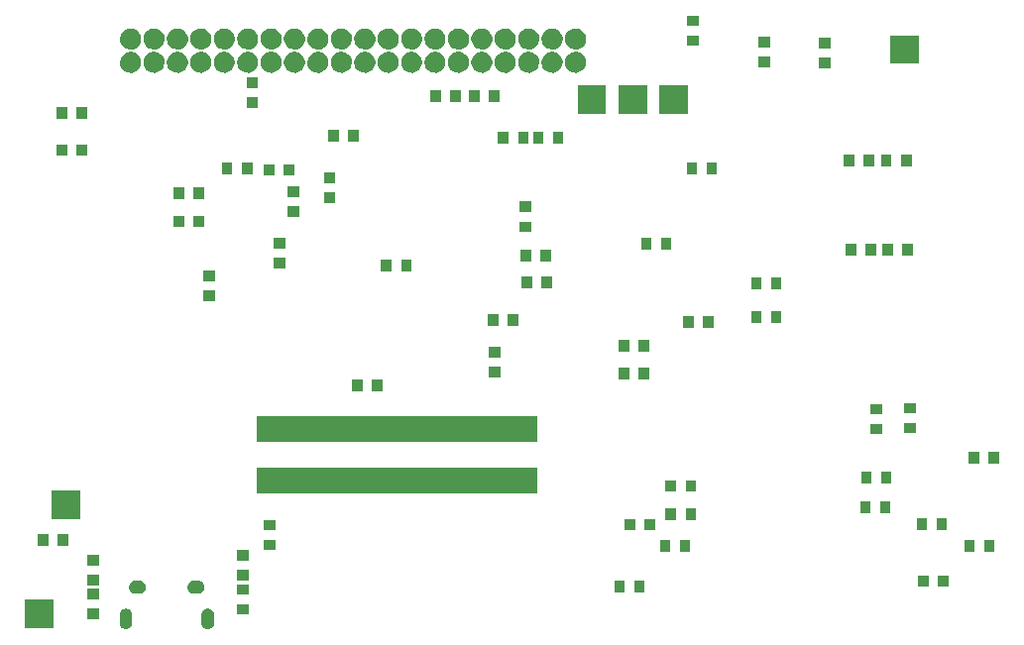
<source format=gbs>
%TF.GenerationSoftware,KiCad,Pcbnew,4.0.2-stable*%
%TF.CreationDate,2016-08-10T14:12:24+09:00*%
%TF.ProjectId,Shimonso-IoT-Type-R,5368696D6F6E736F2D496F542D547970,rev?*%
%TF.FileFunction,Soldermask,Bot*%
%FSLAX46Y46*%
G04 Gerber Fmt 4.6, Leading zero omitted, Abs format (unit mm)*
G04 Created by KiCad (PCBNEW 4.0.2-stable) date 2016年08月10日水曜日 14:12:24*
%MOMM*%
G01*
G04 APERTURE LIST*
%ADD10C,0.100000*%
G04 APERTURE END LIST*
D10*
G36*
X59709539Y-147681891D02*
X59709544Y-147681892D01*
X59709587Y-147681897D01*
X59811196Y-147713351D01*
X59904760Y-147763941D01*
X59986716Y-147831740D01*
X60053942Y-147914168D01*
X60103878Y-148008083D01*
X60134621Y-148109908D01*
X60145000Y-148215766D01*
X60145000Y-148884234D01*
X60144947Y-148891843D01*
X60133090Y-148997546D01*
X60100929Y-149098932D01*
X60049687Y-149192141D01*
X59981317Y-149273622D01*
X59898422Y-149340271D01*
X59804161Y-149389549D01*
X59702123Y-149419581D01*
X59702089Y-149419584D01*
X59702076Y-149419588D01*
X59596198Y-149429224D01*
X59490461Y-149418109D01*
X59490456Y-149418108D01*
X59490413Y-149418103D01*
X59388804Y-149386649D01*
X59295240Y-149336059D01*
X59213284Y-149268260D01*
X59146058Y-149185832D01*
X59096122Y-149091917D01*
X59065379Y-148990092D01*
X59055000Y-148884234D01*
X59055000Y-148215766D01*
X59055053Y-148208157D01*
X59066910Y-148102454D01*
X59099071Y-148001068D01*
X59150313Y-147907859D01*
X59218683Y-147826378D01*
X59301578Y-147759729D01*
X59395839Y-147710451D01*
X59497877Y-147680419D01*
X59497911Y-147680416D01*
X59497924Y-147680412D01*
X59603802Y-147670776D01*
X59709539Y-147681891D01*
X59709539Y-147681891D01*
G37*
G36*
X66709539Y-147681891D02*
X66709544Y-147681892D01*
X66709587Y-147681897D01*
X66811196Y-147713351D01*
X66904760Y-147763941D01*
X66986716Y-147831740D01*
X67053942Y-147914168D01*
X67103878Y-148008083D01*
X67134621Y-148109908D01*
X67145000Y-148215766D01*
X67145000Y-148884234D01*
X67144947Y-148891843D01*
X67133090Y-148997546D01*
X67100929Y-149098932D01*
X67049687Y-149192141D01*
X66981317Y-149273622D01*
X66898422Y-149340271D01*
X66804161Y-149389549D01*
X66702123Y-149419581D01*
X66702089Y-149419584D01*
X66702076Y-149419588D01*
X66596198Y-149429224D01*
X66490461Y-149418109D01*
X66490456Y-149418108D01*
X66490413Y-149418103D01*
X66388804Y-149386649D01*
X66295240Y-149336059D01*
X66213284Y-149268260D01*
X66146058Y-149185832D01*
X66096122Y-149091917D01*
X66065379Y-148990092D01*
X66055000Y-148884234D01*
X66055000Y-148215766D01*
X66055053Y-148208157D01*
X66066910Y-148102454D01*
X66099071Y-148001068D01*
X66150313Y-147907859D01*
X66218683Y-147826378D01*
X66301578Y-147759729D01*
X66395839Y-147710451D01*
X66497877Y-147680419D01*
X66497911Y-147680416D01*
X66497924Y-147680412D01*
X66603802Y-147670776D01*
X66709539Y-147681891D01*
X66709539Y-147681891D01*
G37*
G36*
X53417600Y-149317600D02*
X50982400Y-149317600D01*
X50982400Y-146882400D01*
X53417600Y-146882400D01*
X53417600Y-149317600D01*
X53417600Y-149317600D01*
G37*
G36*
X57300000Y-148600000D02*
X56300000Y-148600000D01*
X56300000Y-147700000D01*
X57300000Y-147700000D01*
X57300000Y-148600000D01*
X57300000Y-148600000D01*
G37*
G36*
X70100000Y-148200000D02*
X69100000Y-148200000D01*
X69100000Y-147300000D01*
X70100000Y-147300000D01*
X70100000Y-148200000D01*
X70100000Y-148200000D01*
G37*
G36*
X57300000Y-146900000D02*
X56300000Y-146900000D01*
X56300000Y-146000000D01*
X57300000Y-146000000D01*
X57300000Y-146900000D01*
X57300000Y-146900000D01*
G37*
G36*
X70100000Y-146500000D02*
X69100000Y-146500000D01*
X69100000Y-145600000D01*
X70100000Y-145600000D01*
X70100000Y-146500000D01*
X70100000Y-146500000D01*
G37*
G36*
X65757640Y-145275029D02*
X65761536Y-145275056D01*
X65873057Y-145287565D01*
X65980025Y-145321497D01*
X66078364Y-145375560D01*
X66164330Y-145447694D01*
X66234647Y-145535151D01*
X66286639Y-145634601D01*
X66318323Y-145742256D01*
X66318326Y-145742285D01*
X66318331Y-145742303D01*
X66328497Y-145854012D01*
X66316772Y-145965570D01*
X66316768Y-145965583D01*
X66316764Y-145965620D01*
X66283579Y-146072821D01*
X66230205Y-146171536D01*
X66158673Y-146258003D01*
X66071708Y-146328930D01*
X65972623Y-146381614D01*
X65865193Y-146414049D01*
X65753508Y-146425000D01*
X65446457Y-146425000D01*
X65442360Y-146424971D01*
X65438464Y-146424944D01*
X65326943Y-146412435D01*
X65219975Y-146378503D01*
X65121636Y-146324440D01*
X65035670Y-146252306D01*
X64965353Y-146164849D01*
X64913361Y-146065399D01*
X64881677Y-145957744D01*
X64881674Y-145957715D01*
X64881669Y-145957697D01*
X64871503Y-145845988D01*
X64883228Y-145734430D01*
X64883232Y-145734417D01*
X64883236Y-145734380D01*
X64916421Y-145627179D01*
X64969795Y-145528464D01*
X65041327Y-145441997D01*
X65128292Y-145371070D01*
X65227377Y-145318386D01*
X65334807Y-145285951D01*
X65446492Y-145275000D01*
X65753543Y-145275000D01*
X65757640Y-145275029D01*
X65757640Y-145275029D01*
G37*
G36*
X60757640Y-145275029D02*
X60761536Y-145275056D01*
X60873057Y-145287565D01*
X60980025Y-145321497D01*
X61078364Y-145375560D01*
X61164330Y-145447694D01*
X61234647Y-145535151D01*
X61286639Y-145634601D01*
X61318323Y-145742256D01*
X61318326Y-145742285D01*
X61318331Y-145742303D01*
X61328497Y-145854012D01*
X61316772Y-145965570D01*
X61316768Y-145965583D01*
X61316764Y-145965620D01*
X61283579Y-146072821D01*
X61230205Y-146171536D01*
X61158673Y-146258003D01*
X61071708Y-146328930D01*
X60972623Y-146381614D01*
X60865193Y-146414049D01*
X60753508Y-146425000D01*
X60446457Y-146425000D01*
X60442360Y-146424971D01*
X60438464Y-146424944D01*
X60326943Y-146412435D01*
X60219975Y-146378503D01*
X60121636Y-146324440D01*
X60035670Y-146252306D01*
X59965353Y-146164849D01*
X59913361Y-146065399D01*
X59881677Y-145957744D01*
X59881674Y-145957715D01*
X59881669Y-145957697D01*
X59871503Y-145845988D01*
X59883228Y-145734430D01*
X59883232Y-145734417D01*
X59883236Y-145734380D01*
X59916421Y-145627179D01*
X59969795Y-145528464D01*
X60041327Y-145441997D01*
X60128292Y-145371070D01*
X60227377Y-145318386D01*
X60334807Y-145285951D01*
X60446492Y-145275000D01*
X60753543Y-145275000D01*
X60757640Y-145275029D01*
X60757640Y-145275029D01*
G37*
G36*
X103900000Y-146300000D02*
X103000000Y-146300000D01*
X103000000Y-145300000D01*
X103900000Y-145300000D01*
X103900000Y-146300000D01*
X103900000Y-146300000D01*
G37*
G36*
X102200000Y-146300000D02*
X101300000Y-146300000D01*
X101300000Y-145300000D01*
X102200000Y-145300000D01*
X102200000Y-146300000D01*
X102200000Y-146300000D01*
G37*
G36*
X128160000Y-145830000D02*
X127260000Y-145830000D01*
X127260000Y-144830000D01*
X128160000Y-144830000D01*
X128160000Y-145830000D01*
X128160000Y-145830000D01*
G37*
G36*
X129860000Y-145830000D02*
X128960000Y-145830000D01*
X128960000Y-144830000D01*
X129860000Y-144830000D01*
X129860000Y-145830000D01*
X129860000Y-145830000D01*
G37*
G36*
X57300000Y-145700000D02*
X56300000Y-145700000D01*
X56300000Y-144800000D01*
X57300000Y-144800000D01*
X57300000Y-145700000D01*
X57300000Y-145700000D01*
G37*
G36*
X70100000Y-145300000D02*
X69100000Y-145300000D01*
X69100000Y-144400000D01*
X70100000Y-144400000D01*
X70100000Y-145300000D01*
X70100000Y-145300000D01*
G37*
G36*
X57300000Y-144000000D02*
X56300000Y-144000000D01*
X56300000Y-143100000D01*
X57300000Y-143100000D01*
X57300000Y-144000000D01*
X57300000Y-144000000D01*
G37*
G36*
X70100000Y-143600000D02*
X69100000Y-143600000D01*
X69100000Y-142700000D01*
X70100000Y-142700000D01*
X70100000Y-143600000D01*
X70100000Y-143600000D01*
G37*
G36*
X133800000Y-142800000D02*
X132900000Y-142800000D01*
X132900000Y-141800000D01*
X133800000Y-141800000D01*
X133800000Y-142800000D01*
X133800000Y-142800000D01*
G37*
G36*
X132100000Y-142800000D02*
X131200000Y-142800000D01*
X131200000Y-141800000D01*
X132100000Y-141800000D01*
X132100000Y-142800000D01*
X132100000Y-142800000D01*
G37*
G36*
X106100000Y-142800000D02*
X105200000Y-142800000D01*
X105200000Y-141800000D01*
X106100000Y-141800000D01*
X106100000Y-142800000D01*
X106100000Y-142800000D01*
G37*
G36*
X107800000Y-142800000D02*
X106900000Y-142800000D01*
X106900000Y-141800000D01*
X107800000Y-141800000D01*
X107800000Y-142800000D01*
X107800000Y-142800000D01*
G37*
G36*
X72400000Y-142700000D02*
X71400000Y-142700000D01*
X71400000Y-141800000D01*
X72400000Y-141800000D01*
X72400000Y-142700000D01*
X72400000Y-142700000D01*
G37*
G36*
X54700000Y-142300000D02*
X53800000Y-142300000D01*
X53800000Y-141300000D01*
X54700000Y-141300000D01*
X54700000Y-142300000D01*
X54700000Y-142300000D01*
G37*
G36*
X53000000Y-142300000D02*
X52100000Y-142300000D01*
X52100000Y-141300000D01*
X53000000Y-141300000D01*
X53000000Y-142300000D01*
X53000000Y-142300000D01*
G37*
G36*
X72400000Y-141000000D02*
X71400000Y-141000000D01*
X71400000Y-140100000D01*
X72400000Y-140100000D01*
X72400000Y-141000000D01*
X72400000Y-141000000D01*
G37*
G36*
X103100000Y-141000000D02*
X102200000Y-141000000D01*
X102200000Y-140000000D01*
X103100000Y-140000000D01*
X103100000Y-141000000D01*
X103100000Y-141000000D01*
G37*
G36*
X104800000Y-141000000D02*
X103900000Y-141000000D01*
X103900000Y-140000000D01*
X104800000Y-140000000D01*
X104800000Y-141000000D01*
X104800000Y-141000000D01*
G37*
G36*
X129740000Y-140940000D02*
X128840000Y-140940000D01*
X128840000Y-139940000D01*
X129740000Y-139940000D01*
X129740000Y-140940000D01*
X129740000Y-140940000D01*
G37*
G36*
X128040000Y-140940000D02*
X127140000Y-140940000D01*
X127140000Y-139940000D01*
X128040000Y-139940000D01*
X128040000Y-140940000D01*
X128040000Y-140940000D01*
G37*
G36*
X106600000Y-140100000D02*
X105700000Y-140100000D01*
X105700000Y-139100000D01*
X106600000Y-139100000D01*
X106600000Y-140100000D01*
X106600000Y-140100000D01*
G37*
G36*
X108300000Y-140100000D02*
X107400000Y-140100000D01*
X107400000Y-139100000D01*
X108300000Y-139100000D01*
X108300000Y-140100000D01*
X108300000Y-140100000D01*
G37*
G36*
X55717600Y-140017600D02*
X53282400Y-140017600D01*
X53282400Y-137582400D01*
X55717600Y-137582400D01*
X55717600Y-140017600D01*
X55717600Y-140017600D01*
G37*
G36*
X124900000Y-139500000D02*
X124000000Y-139500000D01*
X124000000Y-138500000D01*
X124900000Y-138500000D01*
X124900000Y-139500000D01*
X124900000Y-139500000D01*
G37*
G36*
X123200000Y-139500000D02*
X122300000Y-139500000D01*
X122300000Y-138500000D01*
X123200000Y-138500000D01*
X123200000Y-139500000D01*
X123200000Y-139500000D01*
G37*
G36*
X94700000Y-137850000D02*
X70800000Y-137850000D01*
X70800000Y-135650000D01*
X94700000Y-135650000D01*
X94700000Y-137850000D01*
X94700000Y-137850000D01*
G37*
G36*
X108300000Y-137700000D02*
X107400000Y-137700000D01*
X107400000Y-136700000D01*
X108300000Y-136700000D01*
X108300000Y-137700000D01*
X108300000Y-137700000D01*
G37*
G36*
X106600000Y-137700000D02*
X105700000Y-137700000D01*
X105700000Y-136700000D01*
X106600000Y-136700000D01*
X106600000Y-137700000D01*
X106600000Y-137700000D01*
G37*
G36*
X123300000Y-137000000D02*
X122400000Y-137000000D01*
X122400000Y-136000000D01*
X123300000Y-136000000D01*
X123300000Y-137000000D01*
X123300000Y-137000000D01*
G37*
G36*
X125000000Y-137000000D02*
X124100000Y-137000000D01*
X124100000Y-136000000D01*
X125000000Y-136000000D01*
X125000000Y-137000000D01*
X125000000Y-137000000D01*
G37*
G36*
X134200000Y-135300000D02*
X133300000Y-135300000D01*
X133300000Y-134300000D01*
X134200000Y-134300000D01*
X134200000Y-135300000D01*
X134200000Y-135300000D01*
G37*
G36*
X132500000Y-135300000D02*
X131600000Y-135300000D01*
X131600000Y-134300000D01*
X132500000Y-134300000D01*
X132500000Y-135300000D01*
X132500000Y-135300000D01*
G37*
G36*
X94700000Y-133450000D02*
X70800000Y-133450000D01*
X70800000Y-131250000D01*
X94700000Y-131250000D01*
X94700000Y-133450000D01*
X94700000Y-133450000D01*
G37*
G36*
X124200000Y-132800000D02*
X123200000Y-132800000D01*
X123200000Y-131900000D01*
X124200000Y-131900000D01*
X124200000Y-132800000D01*
X124200000Y-132800000D01*
G37*
G36*
X127100000Y-132700000D02*
X126100000Y-132700000D01*
X126100000Y-131800000D01*
X127100000Y-131800000D01*
X127100000Y-132700000D01*
X127100000Y-132700000D01*
G37*
G36*
X124200000Y-131100000D02*
X123200000Y-131100000D01*
X123200000Y-130200000D01*
X124200000Y-130200000D01*
X124200000Y-131100000D01*
X124200000Y-131100000D01*
G37*
G36*
X127100000Y-131000000D02*
X126100000Y-131000000D01*
X126100000Y-130100000D01*
X127100000Y-130100000D01*
X127100000Y-131000000D01*
X127100000Y-131000000D01*
G37*
G36*
X81500000Y-129100000D02*
X80600000Y-129100000D01*
X80600000Y-128100000D01*
X81500000Y-128100000D01*
X81500000Y-129100000D01*
X81500000Y-129100000D01*
G37*
G36*
X79800000Y-129100000D02*
X78900000Y-129100000D01*
X78900000Y-128100000D01*
X79800000Y-128100000D01*
X79800000Y-129100000D01*
X79800000Y-129100000D01*
G37*
G36*
X102600000Y-128100000D02*
X101700000Y-128100000D01*
X101700000Y-127100000D01*
X102600000Y-127100000D01*
X102600000Y-128100000D01*
X102600000Y-128100000D01*
G37*
G36*
X104300000Y-128100000D02*
X103400000Y-128100000D01*
X103400000Y-127100000D01*
X104300000Y-127100000D01*
X104300000Y-128100000D01*
X104300000Y-128100000D01*
G37*
G36*
X91600000Y-127900000D02*
X90600000Y-127900000D01*
X90600000Y-127000000D01*
X91600000Y-127000000D01*
X91600000Y-127900000D01*
X91600000Y-127900000D01*
G37*
G36*
X91600000Y-126200000D02*
X90600000Y-126200000D01*
X90600000Y-125300000D01*
X91600000Y-125300000D01*
X91600000Y-126200000D01*
X91600000Y-126200000D01*
G37*
G36*
X102600000Y-125700000D02*
X101700000Y-125700000D01*
X101700000Y-124700000D01*
X102600000Y-124700000D01*
X102600000Y-125700000D01*
X102600000Y-125700000D01*
G37*
G36*
X104300000Y-125700000D02*
X103400000Y-125700000D01*
X103400000Y-124700000D01*
X104300000Y-124700000D01*
X104300000Y-125700000D01*
X104300000Y-125700000D01*
G37*
G36*
X108100000Y-123700000D02*
X107200000Y-123700000D01*
X107200000Y-122700000D01*
X108100000Y-122700000D01*
X108100000Y-123700000D01*
X108100000Y-123700000D01*
G37*
G36*
X109800000Y-123700000D02*
X108900000Y-123700000D01*
X108900000Y-122700000D01*
X109800000Y-122700000D01*
X109800000Y-123700000D01*
X109800000Y-123700000D01*
G37*
G36*
X91400000Y-123500000D02*
X90500000Y-123500000D01*
X90500000Y-122500000D01*
X91400000Y-122500000D01*
X91400000Y-123500000D01*
X91400000Y-123500000D01*
G37*
G36*
X93100000Y-123500000D02*
X92200000Y-123500000D01*
X92200000Y-122500000D01*
X93100000Y-122500000D01*
X93100000Y-123500000D01*
X93100000Y-123500000D01*
G37*
G36*
X115600000Y-123300000D02*
X114700000Y-123300000D01*
X114700000Y-122300000D01*
X115600000Y-122300000D01*
X115600000Y-123300000D01*
X115600000Y-123300000D01*
G37*
G36*
X113900000Y-123300000D02*
X113000000Y-123300000D01*
X113000000Y-122300000D01*
X113900000Y-122300000D01*
X113900000Y-123300000D01*
X113900000Y-123300000D01*
G37*
G36*
X67200000Y-121400000D02*
X66200000Y-121400000D01*
X66200000Y-120500000D01*
X67200000Y-120500000D01*
X67200000Y-121400000D01*
X67200000Y-121400000D01*
G37*
G36*
X115600000Y-120400000D02*
X114700000Y-120400000D01*
X114700000Y-119400000D01*
X115600000Y-119400000D01*
X115600000Y-120400000D01*
X115600000Y-120400000D01*
G37*
G36*
X113900000Y-120400000D02*
X113000000Y-120400000D01*
X113000000Y-119400000D01*
X113900000Y-119400000D01*
X113900000Y-120400000D01*
X113900000Y-120400000D01*
G37*
G36*
X94300000Y-120300000D02*
X93400000Y-120300000D01*
X93400000Y-119300000D01*
X94300000Y-119300000D01*
X94300000Y-120300000D01*
X94300000Y-120300000D01*
G37*
G36*
X96000000Y-120300000D02*
X95100000Y-120300000D01*
X95100000Y-119300000D01*
X96000000Y-119300000D01*
X96000000Y-120300000D01*
X96000000Y-120300000D01*
G37*
G36*
X67200000Y-119700000D02*
X66200000Y-119700000D01*
X66200000Y-118800000D01*
X67200000Y-118800000D01*
X67200000Y-119700000D01*
X67200000Y-119700000D01*
G37*
G36*
X82300000Y-118900000D02*
X81400000Y-118900000D01*
X81400000Y-117900000D01*
X82300000Y-117900000D01*
X82300000Y-118900000D01*
X82300000Y-118900000D01*
G37*
G36*
X84000000Y-118900000D02*
X83100000Y-118900000D01*
X83100000Y-117900000D01*
X84000000Y-117900000D01*
X84000000Y-118900000D01*
X84000000Y-118900000D01*
G37*
G36*
X73200000Y-118600000D02*
X72200000Y-118600000D01*
X72200000Y-117700000D01*
X73200000Y-117700000D01*
X73200000Y-118600000D01*
X73200000Y-118600000D01*
G37*
G36*
X95900000Y-118000000D02*
X95000000Y-118000000D01*
X95000000Y-117000000D01*
X95900000Y-117000000D01*
X95900000Y-118000000D01*
X95900000Y-118000000D01*
G37*
G36*
X94200000Y-118000000D02*
X93300000Y-118000000D01*
X93300000Y-117000000D01*
X94200000Y-117000000D01*
X94200000Y-118000000D01*
X94200000Y-118000000D01*
G37*
G36*
X123700000Y-117500000D02*
X122800000Y-117500000D01*
X122800000Y-116500000D01*
X123700000Y-116500000D01*
X123700000Y-117500000D01*
X123700000Y-117500000D01*
G37*
G36*
X125100000Y-117500000D02*
X124200000Y-117500000D01*
X124200000Y-116500000D01*
X125100000Y-116500000D01*
X125100000Y-117500000D01*
X125100000Y-117500000D01*
G37*
G36*
X126800000Y-117500000D02*
X125900000Y-117500000D01*
X125900000Y-116500000D01*
X126800000Y-116500000D01*
X126800000Y-117500000D01*
X126800000Y-117500000D01*
G37*
G36*
X122000000Y-117500000D02*
X121100000Y-117500000D01*
X121100000Y-116500000D01*
X122000000Y-116500000D01*
X122000000Y-117500000D01*
X122000000Y-117500000D01*
G37*
G36*
X104500000Y-117000000D02*
X103600000Y-117000000D01*
X103600000Y-116000000D01*
X104500000Y-116000000D01*
X104500000Y-117000000D01*
X104500000Y-117000000D01*
G37*
G36*
X106200000Y-117000000D02*
X105300000Y-117000000D01*
X105300000Y-116000000D01*
X106200000Y-116000000D01*
X106200000Y-117000000D01*
X106200000Y-117000000D01*
G37*
G36*
X73200000Y-116900000D02*
X72200000Y-116900000D01*
X72200000Y-116000000D01*
X73200000Y-116000000D01*
X73200000Y-116900000D01*
X73200000Y-116900000D01*
G37*
G36*
X94200000Y-115500000D02*
X93200000Y-115500000D01*
X93200000Y-114600000D01*
X94200000Y-114600000D01*
X94200000Y-115500000D01*
X94200000Y-115500000D01*
G37*
G36*
X64600000Y-115100000D02*
X63700000Y-115100000D01*
X63700000Y-114100000D01*
X64600000Y-114100000D01*
X64600000Y-115100000D01*
X64600000Y-115100000D01*
G37*
G36*
X66300000Y-115100000D02*
X65400000Y-115100000D01*
X65400000Y-114100000D01*
X66300000Y-114100000D01*
X66300000Y-115100000D01*
X66300000Y-115100000D01*
G37*
G36*
X74400000Y-114200000D02*
X73400000Y-114200000D01*
X73400000Y-113300000D01*
X74400000Y-113300000D01*
X74400000Y-114200000D01*
X74400000Y-114200000D01*
G37*
G36*
X94200000Y-113800000D02*
X93200000Y-113800000D01*
X93200000Y-112900000D01*
X94200000Y-112900000D01*
X94200000Y-113800000D01*
X94200000Y-113800000D01*
G37*
G36*
X77500000Y-113000000D02*
X76500000Y-113000000D01*
X76500000Y-112100000D01*
X77500000Y-112100000D01*
X77500000Y-113000000D01*
X77500000Y-113000000D01*
G37*
G36*
X64600000Y-112700000D02*
X63700000Y-112700000D01*
X63700000Y-111700000D01*
X64600000Y-111700000D01*
X64600000Y-112700000D01*
X64600000Y-112700000D01*
G37*
G36*
X66300000Y-112700000D02*
X65400000Y-112700000D01*
X65400000Y-111700000D01*
X66300000Y-111700000D01*
X66300000Y-112700000D01*
X66300000Y-112700000D01*
G37*
G36*
X74400000Y-112500000D02*
X73400000Y-112500000D01*
X73400000Y-111600000D01*
X74400000Y-111600000D01*
X74400000Y-112500000D01*
X74400000Y-112500000D01*
G37*
G36*
X77500000Y-111300000D02*
X76500000Y-111300000D01*
X76500000Y-110400000D01*
X77500000Y-110400000D01*
X77500000Y-111300000D01*
X77500000Y-111300000D01*
G37*
G36*
X74000000Y-110700000D02*
X73100000Y-110700000D01*
X73100000Y-109700000D01*
X74000000Y-109700000D01*
X74000000Y-110700000D01*
X74000000Y-110700000D01*
G37*
G36*
X72300000Y-110700000D02*
X71400000Y-110700000D01*
X71400000Y-109700000D01*
X72300000Y-109700000D01*
X72300000Y-110700000D01*
X72300000Y-110700000D01*
G37*
G36*
X70400000Y-110600000D02*
X69500000Y-110600000D01*
X69500000Y-109600000D01*
X70400000Y-109600000D01*
X70400000Y-110600000D01*
X70400000Y-110600000D01*
G37*
G36*
X68700000Y-110600000D02*
X67800000Y-110600000D01*
X67800000Y-109600000D01*
X68700000Y-109600000D01*
X68700000Y-110600000D01*
X68700000Y-110600000D01*
G37*
G36*
X108400000Y-110600000D02*
X107500000Y-110600000D01*
X107500000Y-109600000D01*
X108400000Y-109600000D01*
X108400000Y-110600000D01*
X108400000Y-110600000D01*
G37*
G36*
X110100000Y-110600000D02*
X109200000Y-110600000D01*
X109200000Y-109600000D01*
X110100000Y-109600000D01*
X110100000Y-110600000D01*
X110100000Y-110600000D01*
G37*
G36*
X121800000Y-109900000D02*
X120900000Y-109900000D01*
X120900000Y-108900000D01*
X121800000Y-108900000D01*
X121800000Y-109900000D01*
X121800000Y-109900000D01*
G37*
G36*
X123500000Y-109900000D02*
X122600000Y-109900000D01*
X122600000Y-108900000D01*
X123500000Y-108900000D01*
X123500000Y-109900000D01*
X123500000Y-109900000D01*
G37*
G36*
X126700000Y-109900000D02*
X125800000Y-109900000D01*
X125800000Y-108900000D01*
X126700000Y-108900000D01*
X126700000Y-109900000D01*
X126700000Y-109900000D01*
G37*
G36*
X125000000Y-109900000D02*
X124100000Y-109900000D01*
X124100000Y-108900000D01*
X125000000Y-108900000D01*
X125000000Y-109900000D01*
X125000000Y-109900000D01*
G37*
G36*
X54600000Y-109000000D02*
X53700000Y-109000000D01*
X53700000Y-108000000D01*
X54600000Y-108000000D01*
X54600000Y-109000000D01*
X54600000Y-109000000D01*
G37*
G36*
X56300000Y-109000000D02*
X55400000Y-109000000D01*
X55400000Y-108000000D01*
X56300000Y-108000000D01*
X56300000Y-109000000D01*
X56300000Y-109000000D01*
G37*
G36*
X96980000Y-107940000D02*
X96080000Y-107940000D01*
X96080000Y-106940000D01*
X96980000Y-106940000D01*
X96980000Y-107940000D01*
X96980000Y-107940000D01*
G37*
G36*
X95280000Y-107940000D02*
X94380000Y-107940000D01*
X94380000Y-106940000D01*
X95280000Y-106940000D01*
X95280000Y-107940000D01*
X95280000Y-107940000D01*
G37*
G36*
X92290000Y-107940000D02*
X91390000Y-107940000D01*
X91390000Y-106940000D01*
X92290000Y-106940000D01*
X92290000Y-107940000D01*
X92290000Y-107940000D01*
G37*
G36*
X93990000Y-107940000D02*
X93090000Y-107940000D01*
X93090000Y-106940000D01*
X93990000Y-106940000D01*
X93990000Y-107940000D01*
X93990000Y-107940000D01*
G37*
G36*
X77800000Y-107800000D02*
X76900000Y-107800000D01*
X76900000Y-106800000D01*
X77800000Y-106800000D01*
X77800000Y-107800000D01*
X77800000Y-107800000D01*
G37*
G36*
X79500000Y-107800000D02*
X78600000Y-107800000D01*
X78600000Y-106800000D01*
X79500000Y-106800000D01*
X79500000Y-107800000D01*
X79500000Y-107800000D01*
G37*
G36*
X56300000Y-105800000D02*
X55400000Y-105800000D01*
X55400000Y-104800000D01*
X56300000Y-104800000D01*
X56300000Y-105800000D01*
X56300000Y-105800000D01*
G37*
G36*
X54600000Y-105800000D02*
X53700000Y-105800000D01*
X53700000Y-104800000D01*
X54600000Y-104800000D01*
X54600000Y-105800000D01*
X54600000Y-105800000D01*
G37*
G36*
X107617600Y-105417600D02*
X105182400Y-105417600D01*
X105182400Y-102982400D01*
X107617600Y-102982400D01*
X107617600Y-105417600D01*
X107617600Y-105417600D01*
G37*
G36*
X100617600Y-105417600D02*
X98182400Y-105417600D01*
X98182400Y-102982400D01*
X100617600Y-102982400D01*
X100617600Y-105417600D01*
X100617600Y-105417600D01*
G37*
G36*
X104117600Y-105417600D02*
X101682400Y-105417600D01*
X101682400Y-102982400D01*
X104117600Y-102982400D01*
X104117600Y-105417600D01*
X104117600Y-105417600D01*
G37*
G36*
X70900000Y-104900000D02*
X69900000Y-104900000D01*
X69900000Y-104000000D01*
X70900000Y-104000000D01*
X70900000Y-104900000D01*
X70900000Y-104900000D01*
G37*
G36*
X91500000Y-104400000D02*
X90600000Y-104400000D01*
X90600000Y-103400000D01*
X91500000Y-103400000D01*
X91500000Y-104400000D01*
X91500000Y-104400000D01*
G37*
G36*
X89800000Y-104400000D02*
X88900000Y-104400000D01*
X88900000Y-103400000D01*
X89800000Y-103400000D01*
X89800000Y-104400000D01*
X89800000Y-104400000D01*
G37*
G36*
X88200000Y-104400000D02*
X87300000Y-104400000D01*
X87300000Y-103400000D01*
X88200000Y-103400000D01*
X88200000Y-104400000D01*
X88200000Y-104400000D01*
G37*
G36*
X86500000Y-104400000D02*
X85600000Y-104400000D01*
X85600000Y-103400000D01*
X86500000Y-103400000D01*
X86500000Y-104400000D01*
X86500000Y-104400000D01*
G37*
G36*
X70900000Y-103200000D02*
X69900000Y-103200000D01*
X69900000Y-102300000D01*
X70900000Y-102300000D01*
X70900000Y-103200000D01*
X70900000Y-103200000D01*
G37*
G36*
X74094531Y-100100597D02*
X74267427Y-100136088D01*
X74430132Y-100204483D01*
X74576458Y-100303180D01*
X74700828Y-100428422D01*
X74798502Y-100575433D01*
X74865757Y-100738608D01*
X74899973Y-100911407D01*
X74899973Y-100911416D01*
X74900039Y-100911750D01*
X74897224Y-101113346D01*
X74897148Y-101113680D01*
X74897148Y-101113691D01*
X74858123Y-101285459D01*
X74786334Y-101446699D01*
X74684592Y-101590927D01*
X74556778Y-101712644D01*
X74407755Y-101807216D01*
X74243199Y-101871043D01*
X74069383Y-101901692D01*
X73892923Y-101897996D01*
X73720536Y-101860094D01*
X73558800Y-101789433D01*
X73413869Y-101688703D01*
X73291260Y-101561738D01*
X73195651Y-101413382D01*
X73130676Y-101249277D01*
X73098814Y-101075672D01*
X73101279Y-100899191D01*
X73137974Y-100726552D01*
X73207506Y-100564322D01*
X73307222Y-100418691D01*
X73433328Y-100295198D01*
X73581015Y-100198555D01*
X73744663Y-100132437D01*
X73918032Y-100099365D01*
X74094531Y-100100597D01*
X74094531Y-100100597D01*
G37*
G36*
X76094531Y-100100597D02*
X76267427Y-100136088D01*
X76430132Y-100204483D01*
X76576458Y-100303180D01*
X76700828Y-100428422D01*
X76798502Y-100575433D01*
X76865757Y-100738608D01*
X76899973Y-100911407D01*
X76899973Y-100911416D01*
X76900039Y-100911750D01*
X76897224Y-101113346D01*
X76897148Y-101113680D01*
X76897148Y-101113691D01*
X76858123Y-101285459D01*
X76786334Y-101446699D01*
X76684592Y-101590927D01*
X76556778Y-101712644D01*
X76407755Y-101807216D01*
X76243199Y-101871043D01*
X76069383Y-101901692D01*
X75892923Y-101897996D01*
X75720536Y-101860094D01*
X75558800Y-101789433D01*
X75413869Y-101688703D01*
X75291260Y-101561738D01*
X75195651Y-101413382D01*
X75130676Y-101249277D01*
X75098814Y-101075672D01*
X75101279Y-100899191D01*
X75137974Y-100726552D01*
X75207506Y-100564322D01*
X75307222Y-100418691D01*
X75433328Y-100295198D01*
X75581015Y-100198555D01*
X75744663Y-100132437D01*
X75918032Y-100099365D01*
X76094531Y-100100597D01*
X76094531Y-100100597D01*
G37*
G36*
X72094531Y-100100597D02*
X72267427Y-100136088D01*
X72430132Y-100204483D01*
X72576458Y-100303180D01*
X72700828Y-100428422D01*
X72798502Y-100575433D01*
X72865757Y-100738608D01*
X72899973Y-100911407D01*
X72899973Y-100911416D01*
X72900039Y-100911750D01*
X72897224Y-101113346D01*
X72897148Y-101113680D01*
X72897148Y-101113691D01*
X72858123Y-101285459D01*
X72786334Y-101446699D01*
X72684592Y-101590927D01*
X72556778Y-101712644D01*
X72407755Y-101807216D01*
X72243199Y-101871043D01*
X72069383Y-101901692D01*
X71892923Y-101897996D01*
X71720536Y-101860094D01*
X71558800Y-101789433D01*
X71413869Y-101688703D01*
X71291260Y-101561738D01*
X71195651Y-101413382D01*
X71130676Y-101249277D01*
X71098814Y-101075672D01*
X71101279Y-100899191D01*
X71137974Y-100726552D01*
X71207506Y-100564322D01*
X71307222Y-100418691D01*
X71433328Y-100295198D01*
X71581015Y-100198555D01*
X71744663Y-100132437D01*
X71918032Y-100099365D01*
X72094531Y-100100597D01*
X72094531Y-100100597D01*
G37*
G36*
X78094531Y-100100597D02*
X78267427Y-100136088D01*
X78430132Y-100204483D01*
X78576458Y-100303180D01*
X78700828Y-100428422D01*
X78798502Y-100575433D01*
X78865757Y-100738608D01*
X78899973Y-100911407D01*
X78899973Y-100911416D01*
X78900039Y-100911750D01*
X78897224Y-101113346D01*
X78897148Y-101113680D01*
X78897148Y-101113691D01*
X78858123Y-101285459D01*
X78786334Y-101446699D01*
X78684592Y-101590927D01*
X78556778Y-101712644D01*
X78407755Y-101807216D01*
X78243199Y-101871043D01*
X78069383Y-101901692D01*
X77892923Y-101897996D01*
X77720536Y-101860094D01*
X77558800Y-101789433D01*
X77413869Y-101688703D01*
X77291260Y-101561738D01*
X77195651Y-101413382D01*
X77130676Y-101249277D01*
X77098814Y-101075672D01*
X77101279Y-100899191D01*
X77137974Y-100726552D01*
X77207506Y-100564322D01*
X77307222Y-100418691D01*
X77433328Y-100295198D01*
X77581015Y-100198555D01*
X77744663Y-100132437D01*
X77918032Y-100099365D01*
X78094531Y-100100597D01*
X78094531Y-100100597D01*
G37*
G36*
X80094531Y-100100597D02*
X80267427Y-100136088D01*
X80430132Y-100204483D01*
X80576458Y-100303180D01*
X80700828Y-100428422D01*
X80798502Y-100575433D01*
X80865757Y-100738608D01*
X80899973Y-100911407D01*
X80899973Y-100911416D01*
X80900039Y-100911750D01*
X80897224Y-101113346D01*
X80897148Y-101113680D01*
X80897148Y-101113691D01*
X80858123Y-101285459D01*
X80786334Y-101446699D01*
X80684592Y-101590927D01*
X80556778Y-101712644D01*
X80407755Y-101807216D01*
X80243199Y-101871043D01*
X80069383Y-101901692D01*
X79892923Y-101897996D01*
X79720536Y-101860094D01*
X79558800Y-101789433D01*
X79413869Y-101688703D01*
X79291260Y-101561738D01*
X79195651Y-101413382D01*
X79130676Y-101249277D01*
X79098814Y-101075672D01*
X79101279Y-100899191D01*
X79137974Y-100726552D01*
X79207506Y-100564322D01*
X79307222Y-100418691D01*
X79433328Y-100295198D01*
X79581015Y-100198555D01*
X79744663Y-100132437D01*
X79918032Y-100099365D01*
X80094531Y-100100597D01*
X80094531Y-100100597D01*
G37*
G36*
X82094531Y-100100597D02*
X82267427Y-100136088D01*
X82430132Y-100204483D01*
X82576458Y-100303180D01*
X82700828Y-100428422D01*
X82798502Y-100575433D01*
X82865757Y-100738608D01*
X82899973Y-100911407D01*
X82899973Y-100911416D01*
X82900039Y-100911750D01*
X82897224Y-101113346D01*
X82897148Y-101113680D01*
X82897148Y-101113691D01*
X82858123Y-101285459D01*
X82786334Y-101446699D01*
X82684592Y-101590927D01*
X82556778Y-101712644D01*
X82407755Y-101807216D01*
X82243199Y-101871043D01*
X82069383Y-101901692D01*
X81892923Y-101897996D01*
X81720536Y-101860094D01*
X81558800Y-101789433D01*
X81413869Y-101688703D01*
X81291260Y-101561738D01*
X81195651Y-101413382D01*
X81130676Y-101249277D01*
X81098814Y-101075672D01*
X81101279Y-100899191D01*
X81137974Y-100726552D01*
X81207506Y-100564322D01*
X81307222Y-100418691D01*
X81433328Y-100295198D01*
X81581015Y-100198555D01*
X81744663Y-100132437D01*
X81918032Y-100099365D01*
X82094531Y-100100597D01*
X82094531Y-100100597D01*
G37*
G36*
X84094531Y-100100597D02*
X84267427Y-100136088D01*
X84430132Y-100204483D01*
X84576458Y-100303180D01*
X84700828Y-100428422D01*
X84798502Y-100575433D01*
X84865757Y-100738608D01*
X84899973Y-100911407D01*
X84899973Y-100911416D01*
X84900039Y-100911750D01*
X84897224Y-101113346D01*
X84897148Y-101113680D01*
X84897148Y-101113691D01*
X84858123Y-101285459D01*
X84786334Y-101446699D01*
X84684592Y-101590927D01*
X84556778Y-101712644D01*
X84407755Y-101807216D01*
X84243199Y-101871043D01*
X84069383Y-101901692D01*
X83892923Y-101897996D01*
X83720536Y-101860094D01*
X83558800Y-101789433D01*
X83413869Y-101688703D01*
X83291260Y-101561738D01*
X83195651Y-101413382D01*
X83130676Y-101249277D01*
X83098814Y-101075672D01*
X83101279Y-100899191D01*
X83137974Y-100726552D01*
X83207506Y-100564322D01*
X83307222Y-100418691D01*
X83433328Y-100295198D01*
X83581015Y-100198555D01*
X83744663Y-100132437D01*
X83918032Y-100099365D01*
X84094531Y-100100597D01*
X84094531Y-100100597D01*
G37*
G36*
X94094531Y-100100597D02*
X94267427Y-100136088D01*
X94430132Y-100204483D01*
X94576458Y-100303180D01*
X94700828Y-100428422D01*
X94798502Y-100575433D01*
X94865757Y-100738608D01*
X94899973Y-100911407D01*
X94899973Y-100911416D01*
X94900039Y-100911750D01*
X94897224Y-101113346D01*
X94897148Y-101113680D01*
X94897148Y-101113691D01*
X94858123Y-101285459D01*
X94786334Y-101446699D01*
X94684592Y-101590927D01*
X94556778Y-101712644D01*
X94407755Y-101807216D01*
X94243199Y-101871043D01*
X94069383Y-101901692D01*
X93892923Y-101897996D01*
X93720536Y-101860094D01*
X93558800Y-101789433D01*
X93413869Y-101688703D01*
X93291260Y-101561738D01*
X93195651Y-101413382D01*
X93130676Y-101249277D01*
X93098814Y-101075672D01*
X93101279Y-100899191D01*
X93137974Y-100726552D01*
X93207506Y-100564322D01*
X93307222Y-100418691D01*
X93433328Y-100295198D01*
X93581015Y-100198555D01*
X93744663Y-100132437D01*
X93918032Y-100099365D01*
X94094531Y-100100597D01*
X94094531Y-100100597D01*
G37*
G36*
X92094531Y-100100597D02*
X92267427Y-100136088D01*
X92430132Y-100204483D01*
X92576458Y-100303180D01*
X92700828Y-100428422D01*
X92798502Y-100575433D01*
X92865757Y-100738608D01*
X92899973Y-100911407D01*
X92899973Y-100911416D01*
X92900039Y-100911750D01*
X92897224Y-101113346D01*
X92897148Y-101113680D01*
X92897148Y-101113691D01*
X92858123Y-101285459D01*
X92786334Y-101446699D01*
X92684592Y-101590927D01*
X92556778Y-101712644D01*
X92407755Y-101807216D01*
X92243199Y-101871043D01*
X92069383Y-101901692D01*
X91892923Y-101897996D01*
X91720536Y-101860094D01*
X91558800Y-101789433D01*
X91413869Y-101688703D01*
X91291260Y-101561738D01*
X91195651Y-101413382D01*
X91130676Y-101249277D01*
X91098814Y-101075672D01*
X91101279Y-100899191D01*
X91137974Y-100726552D01*
X91207506Y-100564322D01*
X91307222Y-100418691D01*
X91433328Y-100295198D01*
X91581015Y-100198555D01*
X91744663Y-100132437D01*
X91918032Y-100099365D01*
X92094531Y-100100597D01*
X92094531Y-100100597D01*
G37*
G36*
X90094531Y-100100597D02*
X90267427Y-100136088D01*
X90430132Y-100204483D01*
X90576458Y-100303180D01*
X90700828Y-100428422D01*
X90798502Y-100575433D01*
X90865757Y-100738608D01*
X90899973Y-100911407D01*
X90899973Y-100911416D01*
X90900039Y-100911750D01*
X90897224Y-101113346D01*
X90897148Y-101113680D01*
X90897148Y-101113691D01*
X90858123Y-101285459D01*
X90786334Y-101446699D01*
X90684592Y-101590927D01*
X90556778Y-101712644D01*
X90407755Y-101807216D01*
X90243199Y-101871043D01*
X90069383Y-101901692D01*
X89892923Y-101897996D01*
X89720536Y-101860094D01*
X89558800Y-101789433D01*
X89413869Y-101688703D01*
X89291260Y-101561738D01*
X89195651Y-101413382D01*
X89130676Y-101249277D01*
X89098814Y-101075672D01*
X89101279Y-100899191D01*
X89137974Y-100726552D01*
X89207506Y-100564322D01*
X89307222Y-100418691D01*
X89433328Y-100295198D01*
X89581015Y-100198555D01*
X89744663Y-100132437D01*
X89918032Y-100099365D01*
X90094531Y-100100597D01*
X90094531Y-100100597D01*
G37*
G36*
X86094531Y-100100597D02*
X86267427Y-100136088D01*
X86430132Y-100204483D01*
X86576458Y-100303180D01*
X86700828Y-100428422D01*
X86798502Y-100575433D01*
X86865757Y-100738608D01*
X86899973Y-100911407D01*
X86899973Y-100911416D01*
X86900039Y-100911750D01*
X86897224Y-101113346D01*
X86897148Y-101113680D01*
X86897148Y-101113691D01*
X86858123Y-101285459D01*
X86786334Y-101446699D01*
X86684592Y-101590927D01*
X86556778Y-101712644D01*
X86407755Y-101807216D01*
X86243199Y-101871043D01*
X86069383Y-101901692D01*
X85892923Y-101897996D01*
X85720536Y-101860094D01*
X85558800Y-101789433D01*
X85413869Y-101688703D01*
X85291260Y-101561738D01*
X85195651Y-101413382D01*
X85130676Y-101249277D01*
X85098814Y-101075672D01*
X85101279Y-100899191D01*
X85137974Y-100726552D01*
X85207506Y-100564322D01*
X85307222Y-100418691D01*
X85433328Y-100295198D01*
X85581015Y-100198555D01*
X85744663Y-100132437D01*
X85918032Y-100099365D01*
X86094531Y-100100597D01*
X86094531Y-100100597D01*
G37*
G36*
X88094531Y-100100597D02*
X88267427Y-100136088D01*
X88430132Y-100204483D01*
X88576458Y-100303180D01*
X88700828Y-100428422D01*
X88798502Y-100575433D01*
X88865757Y-100738608D01*
X88899973Y-100911407D01*
X88899973Y-100911416D01*
X88900039Y-100911750D01*
X88897224Y-101113346D01*
X88897148Y-101113680D01*
X88897148Y-101113691D01*
X88858123Y-101285459D01*
X88786334Y-101446699D01*
X88684592Y-101590927D01*
X88556778Y-101712644D01*
X88407755Y-101807216D01*
X88243199Y-101871043D01*
X88069383Y-101901692D01*
X87892923Y-101897996D01*
X87720536Y-101860094D01*
X87558800Y-101789433D01*
X87413869Y-101688703D01*
X87291260Y-101561738D01*
X87195651Y-101413382D01*
X87130676Y-101249277D01*
X87098814Y-101075672D01*
X87101279Y-100899191D01*
X87137974Y-100726552D01*
X87207506Y-100564322D01*
X87307222Y-100418691D01*
X87433328Y-100295198D01*
X87581015Y-100198555D01*
X87744663Y-100132437D01*
X87918032Y-100099365D01*
X88094531Y-100100597D01*
X88094531Y-100100597D01*
G37*
G36*
X70094531Y-100100597D02*
X70267427Y-100136088D01*
X70430132Y-100204483D01*
X70576458Y-100303180D01*
X70700828Y-100428422D01*
X70798502Y-100575433D01*
X70865757Y-100738608D01*
X70899973Y-100911407D01*
X70899973Y-100911416D01*
X70900039Y-100911750D01*
X70897224Y-101113346D01*
X70897148Y-101113680D01*
X70897148Y-101113691D01*
X70858123Y-101285459D01*
X70786334Y-101446699D01*
X70684592Y-101590927D01*
X70556778Y-101712644D01*
X70407755Y-101807216D01*
X70243199Y-101871043D01*
X70069383Y-101901692D01*
X69892923Y-101897996D01*
X69720536Y-101860094D01*
X69558800Y-101789433D01*
X69413869Y-101688703D01*
X69291260Y-101561738D01*
X69195651Y-101413382D01*
X69130676Y-101249277D01*
X69098814Y-101075672D01*
X69101279Y-100899191D01*
X69137974Y-100726552D01*
X69207506Y-100564322D01*
X69307222Y-100418691D01*
X69433328Y-100295198D01*
X69581015Y-100198555D01*
X69744663Y-100132437D01*
X69918032Y-100099365D01*
X70094531Y-100100597D01*
X70094531Y-100100597D01*
G37*
G36*
X68094531Y-100100597D02*
X68267427Y-100136088D01*
X68430132Y-100204483D01*
X68576458Y-100303180D01*
X68700828Y-100428422D01*
X68798502Y-100575433D01*
X68865757Y-100738608D01*
X68899973Y-100911407D01*
X68899973Y-100911416D01*
X68900039Y-100911750D01*
X68897224Y-101113346D01*
X68897148Y-101113680D01*
X68897148Y-101113691D01*
X68858123Y-101285459D01*
X68786334Y-101446699D01*
X68684592Y-101590927D01*
X68556778Y-101712644D01*
X68407755Y-101807216D01*
X68243199Y-101871043D01*
X68069383Y-101901692D01*
X67892923Y-101897996D01*
X67720536Y-101860094D01*
X67558800Y-101789433D01*
X67413869Y-101688703D01*
X67291260Y-101561738D01*
X67195651Y-101413382D01*
X67130676Y-101249277D01*
X67098814Y-101075672D01*
X67101279Y-100899191D01*
X67137974Y-100726552D01*
X67207506Y-100564322D01*
X67307222Y-100418691D01*
X67433328Y-100295198D01*
X67581015Y-100198555D01*
X67744663Y-100132437D01*
X67918032Y-100099365D01*
X68094531Y-100100597D01*
X68094531Y-100100597D01*
G37*
G36*
X66094531Y-100100597D02*
X66267427Y-100136088D01*
X66430132Y-100204483D01*
X66576458Y-100303180D01*
X66700828Y-100428422D01*
X66798502Y-100575433D01*
X66865757Y-100738608D01*
X66899973Y-100911407D01*
X66899973Y-100911416D01*
X66900039Y-100911750D01*
X66897224Y-101113346D01*
X66897148Y-101113680D01*
X66897148Y-101113691D01*
X66858123Y-101285459D01*
X66786334Y-101446699D01*
X66684592Y-101590927D01*
X66556778Y-101712644D01*
X66407755Y-101807216D01*
X66243199Y-101871043D01*
X66069383Y-101901692D01*
X65892923Y-101897996D01*
X65720536Y-101860094D01*
X65558800Y-101789433D01*
X65413869Y-101688703D01*
X65291260Y-101561738D01*
X65195651Y-101413382D01*
X65130676Y-101249277D01*
X65098814Y-101075672D01*
X65101279Y-100899191D01*
X65137974Y-100726552D01*
X65207506Y-100564322D01*
X65307222Y-100418691D01*
X65433328Y-100295198D01*
X65581015Y-100198555D01*
X65744663Y-100132437D01*
X65918032Y-100099365D01*
X66094531Y-100100597D01*
X66094531Y-100100597D01*
G37*
G36*
X64094531Y-100100597D02*
X64267427Y-100136088D01*
X64430132Y-100204483D01*
X64576458Y-100303180D01*
X64700828Y-100428422D01*
X64798502Y-100575433D01*
X64865757Y-100738608D01*
X64899973Y-100911407D01*
X64899973Y-100911416D01*
X64900039Y-100911750D01*
X64897224Y-101113346D01*
X64897148Y-101113680D01*
X64897148Y-101113691D01*
X64858123Y-101285459D01*
X64786334Y-101446699D01*
X64684592Y-101590927D01*
X64556778Y-101712644D01*
X64407755Y-101807216D01*
X64243199Y-101871043D01*
X64069383Y-101901692D01*
X63892923Y-101897996D01*
X63720536Y-101860094D01*
X63558800Y-101789433D01*
X63413869Y-101688703D01*
X63291260Y-101561738D01*
X63195651Y-101413382D01*
X63130676Y-101249277D01*
X63098814Y-101075672D01*
X63101279Y-100899191D01*
X63137974Y-100726552D01*
X63207506Y-100564322D01*
X63307222Y-100418691D01*
X63433328Y-100295198D01*
X63581015Y-100198555D01*
X63744663Y-100132437D01*
X63918032Y-100099365D01*
X64094531Y-100100597D01*
X64094531Y-100100597D01*
G37*
G36*
X62094531Y-100100597D02*
X62267427Y-100136088D01*
X62430132Y-100204483D01*
X62576458Y-100303180D01*
X62700828Y-100428422D01*
X62798502Y-100575433D01*
X62865757Y-100738608D01*
X62899973Y-100911407D01*
X62899973Y-100911416D01*
X62900039Y-100911750D01*
X62897224Y-101113346D01*
X62897148Y-101113680D01*
X62897148Y-101113691D01*
X62858123Y-101285459D01*
X62786334Y-101446699D01*
X62684592Y-101590927D01*
X62556778Y-101712644D01*
X62407755Y-101807216D01*
X62243199Y-101871043D01*
X62069383Y-101901692D01*
X61892923Y-101897996D01*
X61720536Y-101860094D01*
X61558800Y-101789433D01*
X61413869Y-101688703D01*
X61291260Y-101561738D01*
X61195651Y-101413382D01*
X61130676Y-101249277D01*
X61098814Y-101075672D01*
X61101279Y-100899191D01*
X61137974Y-100726552D01*
X61207506Y-100564322D01*
X61307222Y-100418691D01*
X61433328Y-100295198D01*
X61581015Y-100198555D01*
X61744663Y-100132437D01*
X61918032Y-100099365D01*
X62094531Y-100100597D01*
X62094531Y-100100597D01*
G37*
G36*
X60094531Y-100100597D02*
X60267427Y-100136088D01*
X60430132Y-100204483D01*
X60576458Y-100303180D01*
X60700828Y-100428422D01*
X60798502Y-100575433D01*
X60865757Y-100738608D01*
X60899973Y-100911407D01*
X60899973Y-100911416D01*
X60900039Y-100911750D01*
X60897224Y-101113346D01*
X60897148Y-101113680D01*
X60897148Y-101113691D01*
X60858123Y-101285459D01*
X60786334Y-101446699D01*
X60684592Y-101590927D01*
X60556778Y-101712644D01*
X60407755Y-101807216D01*
X60243199Y-101871043D01*
X60069383Y-101901692D01*
X59892923Y-101897996D01*
X59720536Y-101860094D01*
X59558800Y-101789433D01*
X59413869Y-101688703D01*
X59291260Y-101561738D01*
X59195651Y-101413382D01*
X59130676Y-101249277D01*
X59098814Y-101075672D01*
X59101279Y-100899191D01*
X59137974Y-100726552D01*
X59207506Y-100564322D01*
X59307222Y-100418691D01*
X59433328Y-100295198D01*
X59581015Y-100198555D01*
X59744663Y-100132437D01*
X59918032Y-100099365D01*
X60094531Y-100100597D01*
X60094531Y-100100597D01*
G37*
G36*
X96094531Y-100100597D02*
X96267427Y-100136088D01*
X96430132Y-100204483D01*
X96576458Y-100303180D01*
X96700828Y-100428422D01*
X96798502Y-100575433D01*
X96865757Y-100738608D01*
X96899973Y-100911407D01*
X96899973Y-100911416D01*
X96900039Y-100911750D01*
X96897224Y-101113346D01*
X96897148Y-101113680D01*
X96897148Y-101113691D01*
X96858123Y-101285459D01*
X96786334Y-101446699D01*
X96684592Y-101590927D01*
X96556778Y-101712644D01*
X96407755Y-101807216D01*
X96243199Y-101871043D01*
X96069383Y-101901692D01*
X95892923Y-101897996D01*
X95720536Y-101860094D01*
X95558800Y-101789433D01*
X95413869Y-101688703D01*
X95291260Y-101561738D01*
X95195651Y-101413382D01*
X95130676Y-101249277D01*
X95098814Y-101075672D01*
X95101279Y-100899191D01*
X95137974Y-100726552D01*
X95207506Y-100564322D01*
X95307222Y-100418691D01*
X95433328Y-100295198D01*
X95581015Y-100198555D01*
X95744663Y-100132437D01*
X95918032Y-100099365D01*
X96094531Y-100100597D01*
X96094531Y-100100597D01*
G37*
G36*
X98094531Y-100100597D02*
X98267427Y-100136088D01*
X98430132Y-100204483D01*
X98576458Y-100303180D01*
X98700828Y-100428422D01*
X98798502Y-100575433D01*
X98865757Y-100738608D01*
X98899973Y-100911407D01*
X98899973Y-100911416D01*
X98900039Y-100911750D01*
X98897224Y-101113346D01*
X98897148Y-101113680D01*
X98897148Y-101113691D01*
X98858123Y-101285459D01*
X98786334Y-101446699D01*
X98684592Y-101590927D01*
X98556778Y-101712644D01*
X98407755Y-101807216D01*
X98243199Y-101871043D01*
X98069383Y-101901692D01*
X97892923Y-101897996D01*
X97720536Y-101860094D01*
X97558800Y-101789433D01*
X97413869Y-101688703D01*
X97291260Y-101561738D01*
X97195651Y-101413382D01*
X97130676Y-101249277D01*
X97098814Y-101075672D01*
X97101279Y-100899191D01*
X97137974Y-100726552D01*
X97207506Y-100564322D01*
X97307222Y-100418691D01*
X97433328Y-100295198D01*
X97581015Y-100198555D01*
X97744663Y-100132437D01*
X97918032Y-100099365D01*
X98094531Y-100100597D01*
X98094531Y-100100597D01*
G37*
G36*
X119800000Y-101500000D02*
X118800000Y-101500000D01*
X118800000Y-100600000D01*
X119800000Y-100600000D01*
X119800000Y-101500000D01*
X119800000Y-101500000D01*
G37*
G36*
X114600000Y-101400000D02*
X113600000Y-101400000D01*
X113600000Y-100500000D01*
X114600000Y-100500000D01*
X114600000Y-101400000D01*
X114600000Y-101400000D01*
G37*
G36*
X127317600Y-101117600D02*
X124882400Y-101117600D01*
X124882400Y-98682400D01*
X127317600Y-98682400D01*
X127317600Y-101117600D01*
X127317600Y-101117600D01*
G37*
G36*
X96094531Y-98100597D02*
X96267427Y-98136088D01*
X96430132Y-98204483D01*
X96576458Y-98303180D01*
X96700828Y-98428422D01*
X96798502Y-98575433D01*
X96865757Y-98738608D01*
X96899973Y-98911407D01*
X96899973Y-98911416D01*
X96900039Y-98911750D01*
X96897224Y-99113346D01*
X96897148Y-99113680D01*
X96897148Y-99113691D01*
X96858123Y-99285459D01*
X96786334Y-99446699D01*
X96684592Y-99590927D01*
X96556778Y-99712644D01*
X96407755Y-99807216D01*
X96243199Y-99871043D01*
X96069383Y-99901692D01*
X95892923Y-99897996D01*
X95720536Y-99860094D01*
X95558800Y-99789433D01*
X95413869Y-99688703D01*
X95291260Y-99561738D01*
X95195651Y-99413382D01*
X95130676Y-99249277D01*
X95098814Y-99075672D01*
X95101279Y-98899191D01*
X95137974Y-98726552D01*
X95207506Y-98564322D01*
X95307222Y-98418691D01*
X95433328Y-98295198D01*
X95581015Y-98198555D01*
X95744663Y-98132437D01*
X95918032Y-98099365D01*
X96094531Y-98100597D01*
X96094531Y-98100597D01*
G37*
G36*
X94094531Y-98100597D02*
X94267427Y-98136088D01*
X94430132Y-98204483D01*
X94576458Y-98303180D01*
X94700828Y-98428422D01*
X94798502Y-98575433D01*
X94865757Y-98738608D01*
X94899973Y-98911407D01*
X94899973Y-98911416D01*
X94900039Y-98911750D01*
X94897224Y-99113346D01*
X94897148Y-99113680D01*
X94897148Y-99113691D01*
X94858123Y-99285459D01*
X94786334Y-99446699D01*
X94684592Y-99590927D01*
X94556778Y-99712644D01*
X94407755Y-99807216D01*
X94243199Y-99871043D01*
X94069383Y-99901692D01*
X93892923Y-99897996D01*
X93720536Y-99860094D01*
X93558800Y-99789433D01*
X93413869Y-99688703D01*
X93291260Y-99561738D01*
X93195651Y-99413382D01*
X93130676Y-99249277D01*
X93098814Y-99075672D01*
X93101279Y-98899191D01*
X93137974Y-98726552D01*
X93207506Y-98564322D01*
X93307222Y-98418691D01*
X93433328Y-98295198D01*
X93581015Y-98198555D01*
X93744663Y-98132437D01*
X93918032Y-98099365D01*
X94094531Y-98100597D01*
X94094531Y-98100597D01*
G37*
G36*
X92094531Y-98100597D02*
X92267427Y-98136088D01*
X92430132Y-98204483D01*
X92576458Y-98303180D01*
X92700828Y-98428422D01*
X92798502Y-98575433D01*
X92865757Y-98738608D01*
X92899973Y-98911407D01*
X92899973Y-98911416D01*
X92900039Y-98911750D01*
X92897224Y-99113346D01*
X92897148Y-99113680D01*
X92897148Y-99113691D01*
X92858123Y-99285459D01*
X92786334Y-99446699D01*
X92684592Y-99590927D01*
X92556778Y-99712644D01*
X92407755Y-99807216D01*
X92243199Y-99871043D01*
X92069383Y-99901692D01*
X91892923Y-99897996D01*
X91720536Y-99860094D01*
X91558800Y-99789433D01*
X91413869Y-99688703D01*
X91291260Y-99561738D01*
X91195651Y-99413382D01*
X91130676Y-99249277D01*
X91098814Y-99075672D01*
X91101279Y-98899191D01*
X91137974Y-98726552D01*
X91207506Y-98564322D01*
X91307222Y-98418691D01*
X91433328Y-98295198D01*
X91581015Y-98198555D01*
X91744663Y-98132437D01*
X91918032Y-98099365D01*
X92094531Y-98100597D01*
X92094531Y-98100597D01*
G37*
G36*
X90094531Y-98100597D02*
X90267427Y-98136088D01*
X90430132Y-98204483D01*
X90576458Y-98303180D01*
X90700828Y-98428422D01*
X90798502Y-98575433D01*
X90865757Y-98738608D01*
X90899973Y-98911407D01*
X90899973Y-98911416D01*
X90900039Y-98911750D01*
X90897224Y-99113346D01*
X90897148Y-99113680D01*
X90897148Y-99113691D01*
X90858123Y-99285459D01*
X90786334Y-99446699D01*
X90684592Y-99590927D01*
X90556778Y-99712644D01*
X90407755Y-99807216D01*
X90243199Y-99871043D01*
X90069383Y-99901692D01*
X89892923Y-99897996D01*
X89720536Y-99860094D01*
X89558800Y-99789433D01*
X89413869Y-99688703D01*
X89291260Y-99561738D01*
X89195651Y-99413382D01*
X89130676Y-99249277D01*
X89098814Y-99075672D01*
X89101279Y-98899191D01*
X89137974Y-98726552D01*
X89207506Y-98564322D01*
X89307222Y-98418691D01*
X89433328Y-98295198D01*
X89581015Y-98198555D01*
X89744663Y-98132437D01*
X89918032Y-98099365D01*
X90094531Y-98100597D01*
X90094531Y-98100597D01*
G37*
G36*
X88094531Y-98100597D02*
X88267427Y-98136088D01*
X88430132Y-98204483D01*
X88576458Y-98303180D01*
X88700828Y-98428422D01*
X88798502Y-98575433D01*
X88865757Y-98738608D01*
X88899973Y-98911407D01*
X88899973Y-98911416D01*
X88900039Y-98911750D01*
X88897224Y-99113346D01*
X88897148Y-99113680D01*
X88897148Y-99113691D01*
X88858123Y-99285459D01*
X88786334Y-99446699D01*
X88684592Y-99590927D01*
X88556778Y-99712644D01*
X88407755Y-99807216D01*
X88243199Y-99871043D01*
X88069383Y-99901692D01*
X87892923Y-99897996D01*
X87720536Y-99860094D01*
X87558800Y-99789433D01*
X87413869Y-99688703D01*
X87291260Y-99561738D01*
X87195651Y-99413382D01*
X87130676Y-99249277D01*
X87098814Y-99075672D01*
X87101279Y-98899191D01*
X87137974Y-98726552D01*
X87207506Y-98564322D01*
X87307222Y-98418691D01*
X87433328Y-98295198D01*
X87581015Y-98198555D01*
X87744663Y-98132437D01*
X87918032Y-98099365D01*
X88094531Y-98100597D01*
X88094531Y-98100597D01*
G37*
G36*
X86094531Y-98100597D02*
X86267427Y-98136088D01*
X86430132Y-98204483D01*
X86576458Y-98303180D01*
X86700828Y-98428422D01*
X86798502Y-98575433D01*
X86865757Y-98738608D01*
X86899973Y-98911407D01*
X86899973Y-98911416D01*
X86900039Y-98911750D01*
X86897224Y-99113346D01*
X86897148Y-99113680D01*
X86897148Y-99113691D01*
X86858123Y-99285459D01*
X86786334Y-99446699D01*
X86684592Y-99590927D01*
X86556778Y-99712644D01*
X86407755Y-99807216D01*
X86243199Y-99871043D01*
X86069383Y-99901692D01*
X85892923Y-99897996D01*
X85720536Y-99860094D01*
X85558800Y-99789433D01*
X85413869Y-99688703D01*
X85291260Y-99561738D01*
X85195651Y-99413382D01*
X85130676Y-99249277D01*
X85098814Y-99075672D01*
X85101279Y-98899191D01*
X85137974Y-98726552D01*
X85207506Y-98564322D01*
X85307222Y-98418691D01*
X85433328Y-98295198D01*
X85581015Y-98198555D01*
X85744663Y-98132437D01*
X85918032Y-98099365D01*
X86094531Y-98100597D01*
X86094531Y-98100597D01*
G37*
G36*
X84094531Y-98100597D02*
X84267427Y-98136088D01*
X84430132Y-98204483D01*
X84576458Y-98303180D01*
X84700828Y-98428422D01*
X84798502Y-98575433D01*
X84865757Y-98738608D01*
X84899973Y-98911407D01*
X84899973Y-98911416D01*
X84900039Y-98911750D01*
X84897224Y-99113346D01*
X84897148Y-99113680D01*
X84897148Y-99113691D01*
X84858123Y-99285459D01*
X84786334Y-99446699D01*
X84684592Y-99590927D01*
X84556778Y-99712644D01*
X84407755Y-99807216D01*
X84243199Y-99871043D01*
X84069383Y-99901692D01*
X83892923Y-99897996D01*
X83720536Y-99860094D01*
X83558800Y-99789433D01*
X83413869Y-99688703D01*
X83291260Y-99561738D01*
X83195651Y-99413382D01*
X83130676Y-99249277D01*
X83098814Y-99075672D01*
X83101279Y-98899191D01*
X83137974Y-98726552D01*
X83207506Y-98564322D01*
X83307222Y-98418691D01*
X83433328Y-98295198D01*
X83581015Y-98198555D01*
X83744663Y-98132437D01*
X83918032Y-98099365D01*
X84094531Y-98100597D01*
X84094531Y-98100597D01*
G37*
G36*
X82094531Y-98100597D02*
X82267427Y-98136088D01*
X82430132Y-98204483D01*
X82576458Y-98303180D01*
X82700828Y-98428422D01*
X82798502Y-98575433D01*
X82865757Y-98738608D01*
X82899973Y-98911407D01*
X82899973Y-98911416D01*
X82900039Y-98911750D01*
X82897224Y-99113346D01*
X82897148Y-99113680D01*
X82897148Y-99113691D01*
X82858123Y-99285459D01*
X82786334Y-99446699D01*
X82684592Y-99590927D01*
X82556778Y-99712644D01*
X82407755Y-99807216D01*
X82243199Y-99871043D01*
X82069383Y-99901692D01*
X81892923Y-99897996D01*
X81720536Y-99860094D01*
X81558800Y-99789433D01*
X81413869Y-99688703D01*
X81291260Y-99561738D01*
X81195651Y-99413382D01*
X81130676Y-99249277D01*
X81098814Y-99075672D01*
X81101279Y-98899191D01*
X81137974Y-98726552D01*
X81207506Y-98564322D01*
X81307222Y-98418691D01*
X81433328Y-98295198D01*
X81581015Y-98198555D01*
X81744663Y-98132437D01*
X81918032Y-98099365D01*
X82094531Y-98100597D01*
X82094531Y-98100597D01*
G37*
G36*
X80094531Y-98100597D02*
X80267427Y-98136088D01*
X80430132Y-98204483D01*
X80576458Y-98303180D01*
X80700828Y-98428422D01*
X80798502Y-98575433D01*
X80865757Y-98738608D01*
X80899973Y-98911407D01*
X80899973Y-98911416D01*
X80900039Y-98911750D01*
X80897224Y-99113346D01*
X80897148Y-99113680D01*
X80897148Y-99113691D01*
X80858123Y-99285459D01*
X80786334Y-99446699D01*
X80684592Y-99590927D01*
X80556778Y-99712644D01*
X80407755Y-99807216D01*
X80243199Y-99871043D01*
X80069383Y-99901692D01*
X79892923Y-99897996D01*
X79720536Y-99860094D01*
X79558800Y-99789433D01*
X79413869Y-99688703D01*
X79291260Y-99561738D01*
X79195651Y-99413382D01*
X79130676Y-99249277D01*
X79098814Y-99075672D01*
X79101279Y-98899191D01*
X79137974Y-98726552D01*
X79207506Y-98564322D01*
X79307222Y-98418691D01*
X79433328Y-98295198D01*
X79581015Y-98198555D01*
X79744663Y-98132437D01*
X79918032Y-98099365D01*
X80094531Y-98100597D01*
X80094531Y-98100597D01*
G37*
G36*
X78094531Y-98100597D02*
X78267427Y-98136088D01*
X78430132Y-98204483D01*
X78576458Y-98303180D01*
X78700828Y-98428422D01*
X78798502Y-98575433D01*
X78865757Y-98738608D01*
X78899973Y-98911407D01*
X78899973Y-98911416D01*
X78900039Y-98911750D01*
X78897224Y-99113346D01*
X78897148Y-99113680D01*
X78897148Y-99113691D01*
X78858123Y-99285459D01*
X78786334Y-99446699D01*
X78684592Y-99590927D01*
X78556778Y-99712644D01*
X78407755Y-99807216D01*
X78243199Y-99871043D01*
X78069383Y-99901692D01*
X77892923Y-99897996D01*
X77720536Y-99860094D01*
X77558800Y-99789433D01*
X77413869Y-99688703D01*
X77291260Y-99561738D01*
X77195651Y-99413382D01*
X77130676Y-99249277D01*
X77098814Y-99075672D01*
X77101279Y-98899191D01*
X77137974Y-98726552D01*
X77207506Y-98564322D01*
X77307222Y-98418691D01*
X77433328Y-98295198D01*
X77581015Y-98198555D01*
X77744663Y-98132437D01*
X77918032Y-98099365D01*
X78094531Y-98100597D01*
X78094531Y-98100597D01*
G37*
G36*
X76094531Y-98100597D02*
X76267427Y-98136088D01*
X76430132Y-98204483D01*
X76576458Y-98303180D01*
X76700828Y-98428422D01*
X76798502Y-98575433D01*
X76865757Y-98738608D01*
X76899973Y-98911407D01*
X76899973Y-98911416D01*
X76900039Y-98911750D01*
X76897224Y-99113346D01*
X76897148Y-99113680D01*
X76897148Y-99113691D01*
X76858123Y-99285459D01*
X76786334Y-99446699D01*
X76684592Y-99590927D01*
X76556778Y-99712644D01*
X76407755Y-99807216D01*
X76243199Y-99871043D01*
X76069383Y-99901692D01*
X75892923Y-99897996D01*
X75720536Y-99860094D01*
X75558800Y-99789433D01*
X75413869Y-99688703D01*
X75291260Y-99561738D01*
X75195651Y-99413382D01*
X75130676Y-99249277D01*
X75098814Y-99075672D01*
X75101279Y-98899191D01*
X75137974Y-98726552D01*
X75207506Y-98564322D01*
X75307222Y-98418691D01*
X75433328Y-98295198D01*
X75581015Y-98198555D01*
X75744663Y-98132437D01*
X75918032Y-98099365D01*
X76094531Y-98100597D01*
X76094531Y-98100597D01*
G37*
G36*
X74094531Y-98100597D02*
X74267427Y-98136088D01*
X74430132Y-98204483D01*
X74576458Y-98303180D01*
X74700828Y-98428422D01*
X74798502Y-98575433D01*
X74865757Y-98738608D01*
X74899973Y-98911407D01*
X74899973Y-98911416D01*
X74900039Y-98911750D01*
X74897224Y-99113346D01*
X74897148Y-99113680D01*
X74897148Y-99113691D01*
X74858123Y-99285459D01*
X74786334Y-99446699D01*
X74684592Y-99590927D01*
X74556778Y-99712644D01*
X74407755Y-99807216D01*
X74243199Y-99871043D01*
X74069383Y-99901692D01*
X73892923Y-99897996D01*
X73720536Y-99860094D01*
X73558800Y-99789433D01*
X73413869Y-99688703D01*
X73291260Y-99561738D01*
X73195651Y-99413382D01*
X73130676Y-99249277D01*
X73098814Y-99075672D01*
X73101279Y-98899191D01*
X73137974Y-98726552D01*
X73207506Y-98564322D01*
X73307222Y-98418691D01*
X73433328Y-98295198D01*
X73581015Y-98198555D01*
X73744663Y-98132437D01*
X73918032Y-98099365D01*
X74094531Y-98100597D01*
X74094531Y-98100597D01*
G37*
G36*
X72094531Y-98100597D02*
X72267427Y-98136088D01*
X72430132Y-98204483D01*
X72576458Y-98303180D01*
X72700828Y-98428422D01*
X72798502Y-98575433D01*
X72865757Y-98738608D01*
X72899973Y-98911407D01*
X72899973Y-98911416D01*
X72900039Y-98911750D01*
X72897224Y-99113346D01*
X72897148Y-99113680D01*
X72897148Y-99113691D01*
X72858123Y-99285459D01*
X72786334Y-99446699D01*
X72684592Y-99590927D01*
X72556778Y-99712644D01*
X72407755Y-99807216D01*
X72243199Y-99871043D01*
X72069383Y-99901692D01*
X71892923Y-99897996D01*
X71720536Y-99860094D01*
X71558800Y-99789433D01*
X71413869Y-99688703D01*
X71291260Y-99561738D01*
X71195651Y-99413382D01*
X71130676Y-99249277D01*
X71098814Y-99075672D01*
X71101279Y-98899191D01*
X71137974Y-98726552D01*
X71207506Y-98564322D01*
X71307222Y-98418691D01*
X71433328Y-98295198D01*
X71581015Y-98198555D01*
X71744663Y-98132437D01*
X71918032Y-98099365D01*
X72094531Y-98100597D01*
X72094531Y-98100597D01*
G37*
G36*
X70094531Y-98100597D02*
X70267427Y-98136088D01*
X70430132Y-98204483D01*
X70576458Y-98303180D01*
X70700828Y-98428422D01*
X70798502Y-98575433D01*
X70865757Y-98738608D01*
X70899973Y-98911407D01*
X70899973Y-98911416D01*
X70900039Y-98911750D01*
X70897224Y-99113346D01*
X70897148Y-99113680D01*
X70897148Y-99113691D01*
X70858123Y-99285459D01*
X70786334Y-99446699D01*
X70684592Y-99590927D01*
X70556778Y-99712644D01*
X70407755Y-99807216D01*
X70243199Y-99871043D01*
X70069383Y-99901692D01*
X69892923Y-99897996D01*
X69720536Y-99860094D01*
X69558800Y-99789433D01*
X69413869Y-99688703D01*
X69291260Y-99561738D01*
X69195651Y-99413382D01*
X69130676Y-99249277D01*
X69098814Y-99075672D01*
X69101279Y-98899191D01*
X69137974Y-98726552D01*
X69207506Y-98564322D01*
X69307222Y-98418691D01*
X69433328Y-98295198D01*
X69581015Y-98198555D01*
X69744663Y-98132437D01*
X69918032Y-98099365D01*
X70094531Y-98100597D01*
X70094531Y-98100597D01*
G37*
G36*
X68094531Y-98100597D02*
X68267427Y-98136088D01*
X68430132Y-98204483D01*
X68576458Y-98303180D01*
X68700828Y-98428422D01*
X68798502Y-98575433D01*
X68865757Y-98738608D01*
X68899973Y-98911407D01*
X68899973Y-98911416D01*
X68900039Y-98911750D01*
X68897224Y-99113346D01*
X68897148Y-99113680D01*
X68897148Y-99113691D01*
X68858123Y-99285459D01*
X68786334Y-99446699D01*
X68684592Y-99590927D01*
X68556778Y-99712644D01*
X68407755Y-99807216D01*
X68243199Y-99871043D01*
X68069383Y-99901692D01*
X67892923Y-99897996D01*
X67720536Y-99860094D01*
X67558800Y-99789433D01*
X67413869Y-99688703D01*
X67291260Y-99561738D01*
X67195651Y-99413382D01*
X67130676Y-99249277D01*
X67098814Y-99075672D01*
X67101279Y-98899191D01*
X67137974Y-98726552D01*
X67207506Y-98564322D01*
X67307222Y-98418691D01*
X67433328Y-98295198D01*
X67581015Y-98198555D01*
X67744663Y-98132437D01*
X67918032Y-98099365D01*
X68094531Y-98100597D01*
X68094531Y-98100597D01*
G37*
G36*
X66094531Y-98100597D02*
X66267427Y-98136088D01*
X66430132Y-98204483D01*
X66576458Y-98303180D01*
X66700828Y-98428422D01*
X66798502Y-98575433D01*
X66865757Y-98738608D01*
X66899973Y-98911407D01*
X66899973Y-98911416D01*
X66900039Y-98911750D01*
X66897224Y-99113346D01*
X66897148Y-99113680D01*
X66897148Y-99113691D01*
X66858123Y-99285459D01*
X66786334Y-99446699D01*
X66684592Y-99590927D01*
X66556778Y-99712644D01*
X66407755Y-99807216D01*
X66243199Y-99871043D01*
X66069383Y-99901692D01*
X65892923Y-99897996D01*
X65720536Y-99860094D01*
X65558800Y-99789433D01*
X65413869Y-99688703D01*
X65291260Y-99561738D01*
X65195651Y-99413382D01*
X65130676Y-99249277D01*
X65098814Y-99075672D01*
X65101279Y-98899191D01*
X65137974Y-98726552D01*
X65207506Y-98564322D01*
X65307222Y-98418691D01*
X65433328Y-98295198D01*
X65581015Y-98198555D01*
X65744663Y-98132437D01*
X65918032Y-98099365D01*
X66094531Y-98100597D01*
X66094531Y-98100597D01*
G37*
G36*
X64094531Y-98100597D02*
X64267427Y-98136088D01*
X64430132Y-98204483D01*
X64576458Y-98303180D01*
X64700828Y-98428422D01*
X64798502Y-98575433D01*
X64865757Y-98738608D01*
X64899973Y-98911407D01*
X64899973Y-98911416D01*
X64900039Y-98911750D01*
X64897224Y-99113346D01*
X64897148Y-99113680D01*
X64897148Y-99113691D01*
X64858123Y-99285459D01*
X64786334Y-99446699D01*
X64684592Y-99590927D01*
X64556778Y-99712644D01*
X64407755Y-99807216D01*
X64243199Y-99871043D01*
X64069383Y-99901692D01*
X63892923Y-99897996D01*
X63720536Y-99860094D01*
X63558800Y-99789433D01*
X63413869Y-99688703D01*
X63291260Y-99561738D01*
X63195651Y-99413382D01*
X63130676Y-99249277D01*
X63098814Y-99075672D01*
X63101279Y-98899191D01*
X63137974Y-98726552D01*
X63207506Y-98564322D01*
X63307222Y-98418691D01*
X63433328Y-98295198D01*
X63581015Y-98198555D01*
X63744663Y-98132437D01*
X63918032Y-98099365D01*
X64094531Y-98100597D01*
X64094531Y-98100597D01*
G37*
G36*
X62094531Y-98100597D02*
X62267427Y-98136088D01*
X62430132Y-98204483D01*
X62576458Y-98303180D01*
X62700828Y-98428422D01*
X62798502Y-98575433D01*
X62865757Y-98738608D01*
X62899973Y-98911407D01*
X62899973Y-98911416D01*
X62900039Y-98911750D01*
X62897224Y-99113346D01*
X62897148Y-99113680D01*
X62897148Y-99113691D01*
X62858123Y-99285459D01*
X62786334Y-99446699D01*
X62684592Y-99590927D01*
X62556778Y-99712644D01*
X62407755Y-99807216D01*
X62243199Y-99871043D01*
X62069383Y-99901692D01*
X61892923Y-99897996D01*
X61720536Y-99860094D01*
X61558800Y-99789433D01*
X61413869Y-99688703D01*
X61291260Y-99561738D01*
X61195651Y-99413382D01*
X61130676Y-99249277D01*
X61098814Y-99075672D01*
X61101279Y-98899191D01*
X61137974Y-98726552D01*
X61207506Y-98564322D01*
X61307222Y-98418691D01*
X61433328Y-98295198D01*
X61581015Y-98198555D01*
X61744663Y-98132437D01*
X61918032Y-98099365D01*
X62094531Y-98100597D01*
X62094531Y-98100597D01*
G37*
G36*
X60094531Y-98100597D02*
X60267427Y-98136088D01*
X60430132Y-98204483D01*
X60576458Y-98303180D01*
X60700828Y-98428422D01*
X60798502Y-98575433D01*
X60865757Y-98738608D01*
X60899973Y-98911407D01*
X60899973Y-98911416D01*
X60900039Y-98911750D01*
X60897224Y-99113346D01*
X60897148Y-99113680D01*
X60897148Y-99113691D01*
X60858123Y-99285459D01*
X60786334Y-99446699D01*
X60684592Y-99590927D01*
X60556778Y-99712644D01*
X60407755Y-99807216D01*
X60243199Y-99871043D01*
X60069383Y-99901692D01*
X59892923Y-99897996D01*
X59720536Y-99860094D01*
X59558800Y-99789433D01*
X59413869Y-99688703D01*
X59291260Y-99561738D01*
X59195651Y-99413382D01*
X59130676Y-99249277D01*
X59098814Y-99075672D01*
X59101279Y-98899191D01*
X59137974Y-98726552D01*
X59207506Y-98564322D01*
X59307222Y-98418691D01*
X59433328Y-98295198D01*
X59581015Y-98198555D01*
X59744663Y-98132437D01*
X59918032Y-98099365D01*
X60094531Y-98100597D01*
X60094531Y-98100597D01*
G37*
G36*
X98094531Y-98100597D02*
X98267427Y-98136088D01*
X98430132Y-98204483D01*
X98576458Y-98303180D01*
X98700828Y-98428422D01*
X98798502Y-98575433D01*
X98865757Y-98738608D01*
X98899973Y-98911407D01*
X98899973Y-98911416D01*
X98900039Y-98911750D01*
X98897224Y-99113346D01*
X98897148Y-99113680D01*
X98897148Y-99113691D01*
X98858123Y-99285459D01*
X98786334Y-99446699D01*
X98684592Y-99590927D01*
X98556778Y-99712644D01*
X98407755Y-99807216D01*
X98243199Y-99871043D01*
X98069383Y-99901692D01*
X97892923Y-99897996D01*
X97720536Y-99860094D01*
X97558800Y-99789433D01*
X97413869Y-99688703D01*
X97291260Y-99561738D01*
X97195651Y-99413382D01*
X97130676Y-99249277D01*
X97098814Y-99075672D01*
X97101279Y-98899191D01*
X97137974Y-98726552D01*
X97207506Y-98564322D01*
X97307222Y-98418691D01*
X97433328Y-98295198D01*
X97581015Y-98198555D01*
X97744663Y-98132437D01*
X97918032Y-98099365D01*
X98094531Y-98100597D01*
X98094531Y-98100597D01*
G37*
G36*
X119800000Y-99800000D02*
X118800000Y-99800000D01*
X118800000Y-98900000D01*
X119800000Y-98900000D01*
X119800000Y-99800000D01*
X119800000Y-99800000D01*
G37*
G36*
X114600000Y-99700000D02*
X113600000Y-99700000D01*
X113600000Y-98800000D01*
X114600000Y-98800000D01*
X114600000Y-99700000D01*
X114600000Y-99700000D01*
G37*
G36*
X108500000Y-99600000D02*
X107500000Y-99600000D01*
X107500000Y-98700000D01*
X108500000Y-98700000D01*
X108500000Y-99600000D01*
X108500000Y-99600000D01*
G37*
G36*
X108500000Y-97900000D02*
X107500000Y-97900000D01*
X107500000Y-97000000D01*
X108500000Y-97000000D01*
X108500000Y-97900000D01*
X108500000Y-97900000D01*
G37*
M02*

</source>
